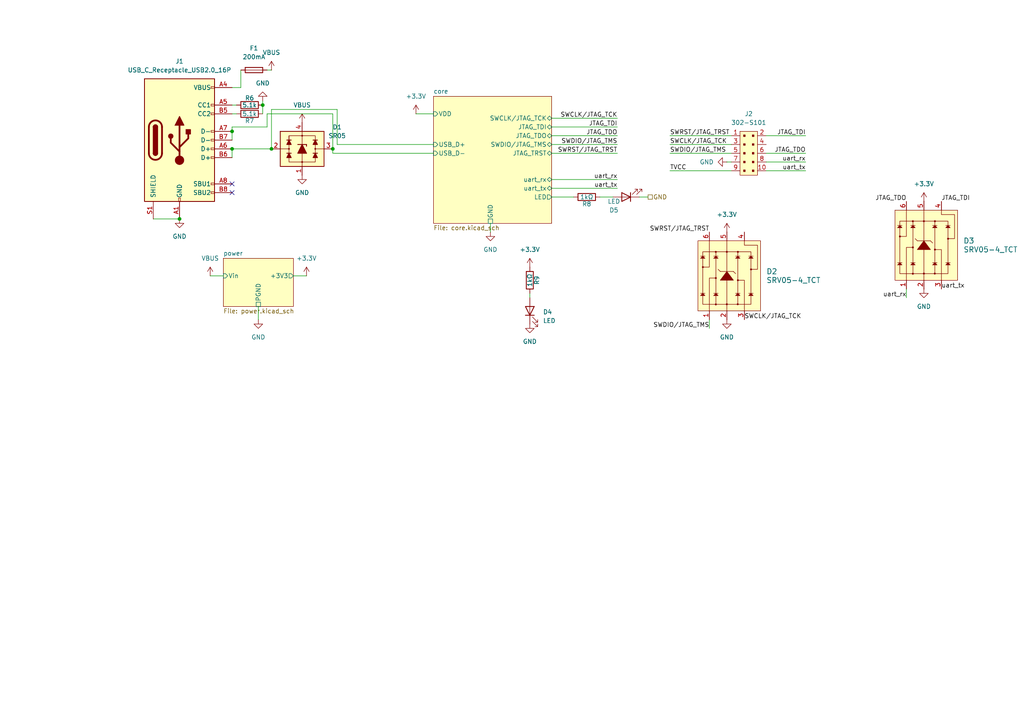
<source format=kicad_sch>
(kicad_sch (version 20250114) (generator "eeschema") (generator_version "9.0")
  (paper "A4")
  (title_block (title "主视图") (date "2024-06-16") (company "HUSN"))
  (lib_symbols
    (symbol "Connector:USB_C_Receptacle_USB2.0_16P" (pin_names (offset 1.016))
      (property "Reference" "J" (at 0 22.225 0))
      (property "Value" "USB_C_Receptacle_USB2.0_16P" (at 0 19.685 0))
      (symbol "USB_C_Receptacle_USB2.0_16P_0_0"
        (rectangle (start -0.254 -17.78) (end 0.254 -16.764))
        (rectangle (start 10.16 15.494) (end 9.144 14.986))
        (rectangle (start 10.16 10.414) (end 9.144 9.906))
        (rectangle (start 10.16 7.874) (end 9.144 7.366))
        (rectangle (start 10.16 2.794) (end 9.144 2.286))
        (rectangle (start 10.16 0.254) (end 9.144 -0.254))
        (rectangle (start 10.16 -2.286) (end 9.144 -2.794))
        (rectangle (start 10.16 -4.826) (end 9.144 -5.334))
        (rectangle (start 10.16 -12.446) (end 9.144 -12.954))
        (rectangle (start 10.16 -14.986) (end 9.144 -15.494))
      )
      (symbol "USB_C_Receptacle_USB2.0_16P_0_1"
        (rectangle (start -10.16 17.78) (end 10.16 -17.78) (stroke (width 0.254)) (fill (type background)))
        (polyline (pts (xy -8.89 -3.81) (xy -8.89 3.81)) (stroke (width 0.508)))
        (rectangle (start -7.62 -3.81) (end -6.35 3.81) (stroke (width 0.254)) (fill (type outline)))
        (arc (start -7.62 3.81) (mid -6.985 4.4423) (end -6.35 3.81) (stroke (width 0.254)))
        (arc (start -7.62 3.81) (mid -6.985 4.4423) (end -6.35 3.81) (stroke (width 0.254)) (fill (type outline)))
        (arc (start -8.89 3.81) (mid -6.985 5.7067) (end -5.08 3.81) (stroke (width 0.508)))
        (arc (start -5.08 -3.81) (mid -6.985 -5.7067) (end -8.89 -3.81) (stroke (width 0.508)))
        (arc (start -6.35 -3.81) (mid -6.985 -4.4423) (end -7.62 -3.81) (stroke (width 0.254)))
        (arc (start -6.35 -3.81) (mid -6.985 -4.4423) (end -7.62 -3.81) (stroke (width 0.254)) (fill (type outline)))
        (polyline (pts (xy -5.08 3.81) (xy -5.08 -3.81)) (stroke (width 0.508)))
        (circle (center -2.54 1.143) (radius 0.635) (stroke (width 0.254)) (fill (type outline)))
        (polyline (pts (xy -1.27 4.318) (xy 0 6.858) (xy 1.27 4.318) (xy -1.27 4.318)) (stroke (width 0.254)) (fill (type outline)))
        (polyline (pts (xy 0 -2.032) (xy 2.54 0.508) (xy 2.54 1.778)) (stroke (width 0.508)))
        (polyline (pts (xy 0 -3.302) (xy -2.54 -0.762) (xy -2.54 0.508)) (stroke (width 0.508)))
        (polyline (pts (xy 0 -5.842) (xy 0 4.318)) (stroke (width 0.508)))
        (circle (center 0 -5.842) (radius 1.27) (fill (type outline)))
        (rectangle (start 1.905 1.778) (end 3.175 3.048) (stroke (width 0.254)) (fill (type outline)))
      )
      (symbol "USB_C_Receptacle_USB2.0_16P_1_1"
        (pin passive line (at -7.62 -22.86 90) (length 5.08) (name "SHIELD") (number "S1"))
        (pin passive line (at 0 -22.86 90) (length 5.08) (name "GND") (number "A1"))
        (pin passive line (at 0 -22.86 90) (length 5.08) (hide yes) (name "GND") (number "A12"))
        (pin passive line (at 0 -22.86 90) (length 5.08) (hide yes) (name "GND") (number "B1"))
        (pin passive line (at 0 -22.86 90) (length 5.08) (hide yes) (name "GND") (number "B12"))
        (pin passive line (at 15.24 15.24 180) (length 5.08) (name "VBUS") (number "A4"))
        (pin passive line (at 15.24 15.24 180) (length 5.08) (hide yes) (name "VBUS") (number "A9"))
        (pin passive line (at 15.24 15.24 180) (length 5.08) (hide yes) (name "VBUS") (number "B4"))
        (pin passive line (at 15.24 15.24 180) (length 5.08) (hide yes) (name "VBUS") (number "B9"))
        (pin bidirectional line (at 15.24 10.16 180) (length 5.08) (name "CC1") (number "A5"))
        (pin bidirectional line (at 15.24 7.62 180) (length 5.08) (name "CC2") (number "B5"))
        (pin bidirectional line (at 15.24 2.54 180) (length 5.08) (name "D-") (number "A7"))
        (pin bidirectional line (at 15.24 0 180) (length 5.08) (name "D-") (number "B7"))
        (pin bidirectional line (at 15.24 -2.54 180) (length 5.08) (name "D+") (number "A6"))
        (pin bidirectional line (at 15.24 -5.08 180) (length 5.08) (name "D+") (number "B6"))
        (pin bidirectional line (at 15.24 -12.7 180) (length 5.08) (name "SBU1") (number "A8"))
        (pin bidirectional line (at 15.24 -15.24 180) (length 5.08) (name "SBU2") (number "B8"))
      )
    )
    (symbol "Device:Fuse" (pin_numbers (hide yes)) (pin_names (offset 0))
      (property "Reference" "F" (at 2.032 0 90))
      (property "Value" "Fuse" (at -1.905 0 90))
      (symbol "Fuse_0_1"
        (rectangle (start -0.762 -2.54) (end 0.762 2.54) (stroke (width 0.254)))
        (polyline (pts (xy 0 2.54) (xy 0 -2.54)))
      )
      (symbol "Fuse_1_1"
        (pin passive line (at 0 3.81 270) (length 1.27) (name "~") (number "1"))
        (pin passive line (at 0 -3.81 90) (length 1.27) (name "~") (number "2"))
      )
    )
    (symbol "Device:LED" (pin_numbers (hide yes)) (pin_names (offset 1.016) (hide yes))
      (property "Reference" "D" (at 0 2.54 0))
      (property "Value" "LED" (at 0 -2.54 0))
      (symbol "LED_0_1"
        (polyline (pts (xy -3.048 -0.762) (xy -4.572 -2.286) (xy -3.81 -2.286) (xy -4.572 -2.286) (xy -4.572 -1.524)))
        (polyline (pts (xy -1.778 -0.762) (xy -3.302 -2.286) (xy -2.54 -2.286) (xy -3.302 -2.286) (xy -3.302 -1.524)))
        (polyline (pts (xy -1.27 0) (xy 1.27 0)))
        (polyline (pts (xy -1.27 -1.27) (xy -1.27 1.27)) (stroke (width 0.254)))
        (polyline (pts (xy 1.27 -1.27) (xy 1.27 1.27) (xy -1.27 0) (xy 1.27 -1.27)) (stroke (width 0.254)))
      )
      (symbol "LED_1_1"
        (pin passive line (at -3.81 0 0) (length 2.54) (name "K") (number "1"))
        (pin passive line (at 3.81 0 180) (length 2.54) (name "A") (number "2"))
      )
    )
    (symbol "Device:R" (pin_numbers (hide yes)) (pin_names (offset 0))
      (property "Reference" "R" (at 2.032 0 90))
      (property "Value" "R" (at 0 0 90))
      (symbol "R_0_1"
        (rectangle (start -1.016 -2.54) (end 1.016 2.54) (stroke (width 0.254)))
      )
      (symbol "R_1_1"
        (pin passive line (at 0 3.81 270) (length 1.27) (name "~") (number "1"))
        (pin passive line (at 0 -3.81 90) (length 1.27) (name "~") (number "2"))
      )
    )
    (symbol "Diode_TVS_AKL:SR05" (pin_names (offset 1.016) (hide yes))
      (property "Reference" "D" (at 7.62 6.35 0))
      (property "Value" "SR05" (at 7.62 3.81 0))
      (symbol "SR05_0_1"
        (rectangle (start -6.35 5.08) (end 6.35 -5.08) (stroke (width 0.254)) (fill (type background)))
        (polyline (pts (xy -3.81 2.54) (xy -3.81 3.81) (xy 3.81 3.81) (xy 3.81 2.54)))
        (polyline (pts (xy -3.81 2.54) (xy -3.175 1.27) (xy -4.445 1.27) (xy -3.81 2.54)) (stroke (width 0.254)) (fill (type outline)))
        (circle (center -3.81 0) (radius 0.1778) (fill (type outline)))
        (polyline (pts (xy -3.81 0) (xy -6.35 0)))
        (polyline (pts (xy -3.81 -1.27) (xy -3.81 1.27)))
        (polyline (pts (xy -3.81 -1.27) (xy -3.175 -2.54) (xy -4.445 -2.54) (xy -3.81 -1.27)) (stroke (width 0.254)) (fill (type outline)))
        (polyline (pts (xy -3.81 -2.54) (xy -3.81 -3.81) (xy 3.81 -3.81) (xy 3.81 -2.54)))
        (polyline (pts (xy -3.175 2.54) (xy -4.445 2.54)) (stroke (width 0.254)))
        (polyline (pts (xy -3.175 -1.27) (xy -4.445 -1.27)) (stroke (width 0.254)))
        (circle (center 0 3.81) (radius 0.1778) (fill (type outline)))
        (polyline (pts (xy 0 1.27) (xy 0 5.08)))
        (polyline (pts (xy 0 -1.27) (xy 0 -5.08)))
        (polyline (pts (xy 3.81 2.54) (xy 4.445 1.27) (xy 3.175 1.27) (xy 3.81 2.54)) (stroke (width 0.254)) (fill (type outline)))
        (polyline (pts (xy 3.81 0) (xy 6.35 0)))
        (circle (center 3.81 0) (radius 0.1778) (fill (type outline)))
        (polyline (pts (xy 3.81 -1.27) (xy 3.81 1.27)))
        (polyline (pts (xy 3.81 -1.27) (xy 4.445 -2.54) (xy 3.175 -2.54) (xy 3.81 -1.27)) (stroke (width 0.254)) (fill (type outline)))
        (polyline (pts (xy 4.445 2.54) (xy 3.175 2.54)) (stroke (width 0.254)))
        (polyline (pts (xy 4.445 -1.27) (xy 3.175 -1.27)) (stroke (width 0.254)))
      )
      (symbol "SR05_1_1"
        (polyline (pts (xy -3.81 1.27) (xy -3.81 3.81)))
        (polyline (pts (xy -1.27 1.27) (xy 1.27 1.27)) (stroke (width 0.254)))
        (polyline (pts (xy 0 -1.27) (xy 0 1.27)))
        (circle (center 0 -3.81) (radius 0.1778) (fill (type outline)))
        (polyline (pts (xy 1.27 1.27) (xy 1.27 0.762)) (stroke (width 0.254)))
        (polyline (pts (xy 1.27 -1.27) (xy -1.27 -1.27) (xy 0 1.27) (xy 1.27 -1.27)) (stroke (width 0.254)) (fill (type outline)))
        (pin passive line (at -8.89 0 0) (length 2.54) (name "L1") (number "2"))
        (pin passive line (at 0 7.62 270) (length 2.54) (name "VP") (number "4"))
        (pin passive line (at 0 -7.62 90) (length 2.54) (name "VN") (number "1"))
        (pin passive line (at 8.89 0 180) (length 2.54) (name "L2") (number "3"))
      )
    )
    (symbol "dk_Rectangular-Connectors-Headers-Male-Pins:302-S101" (pin_names (offset 1.016))
      (property "Reference" "J" (at -2.54 7.62 0))
      (property "Value" "302-S101" (at 0 -7.62 0))
      (symbol "302-S101_1_1"
        (rectangle (start -2.54 6.35) (end 2.54 -6.35) (fill (type background)))
        (rectangle (start -1.524 5.334) (end -1.016 4.826) (fill (type outline)))
        (rectangle (start -1.524 2.794) (end -1.016 2.286) (fill (type outline)))
        (rectangle (start -1.524 0.254) (end -1.016 -0.254) (fill (type outline)))
        (rectangle (start -1.524 -2.286) (end -1.016 -2.794) (fill (type outline)))
        (rectangle (start -1.524 -4.826) (end -1.016 -5.334) (fill (type outline)))
        (rectangle (start 1.016 5.334) (end 1.524 4.826) (fill (type outline)))
        (rectangle (start 1.016 2.794) (end 1.524 2.286) (fill (type outline)))
        (rectangle (start 1.016 0.254) (end 1.524 -0.254) (fill (type outline)))
        (rectangle (start 1.016 -2.286) (end 1.524 -2.794) (fill (type outline)))
        (rectangle (start 1.016 -4.826) (end 1.524 -5.334) (fill (type outline)))
        (pin passive line (at -5.08 5.08 0) (length 2.54) (name "~") (number "1"))
        (pin passive line (at -5.08 2.54 0) (length 2.54) (name "~") (number "3"))
        (pin passive line (at -5.08 0 0) (length 2.54) (name "~") (number "5"))
        (pin passive line (at -5.08 -2.54 0) (length 2.54) (name "~") (number "7"))
        (pin passive line (at -5.08 -5.08 0) (length 2.54) (name "~") (number "9"))
        (pin passive line (at 5.08 5.08 180) (length 2.54) (name "~") (number "2"))
        (pin passive line (at 5.08 2.54 180) (length 2.54) (name "~") (number "4"))
        (pin passive line (at 5.08 0 180) (length 2.54) (name "~") (number "6"))
        (pin passive line (at 5.08 -2.54 180) (length 2.54) (name "~") (number "8"))
        (pin passive line (at 5.08 -5.08 180) (length 2.54) (name "~") (number "10"))
      )
    )
    (symbol "dk_TVS-Diodes:SRV05-4_TCT" (pin_names (offset 1.016))
      (property "Reference" "D" (at -10.414 9.271 0))
      (property "Value" "SRV05-4_TCT" (at 0 -11.43 0))
      (symbol "SRV05-4_TCT_0_1"
        (rectangle (start -10.16 8.382) (end 10.16 -9.779) (fill (type background)))
        (polyline (pts (xy -10.16 5.08) (xy -0.635 5.08) (xy -0.635 3.175)))
        (polyline (pts (xy -10.16 0) (xy -8.255 0) (xy -1.27 0)))
        (polyline (pts (xy -10.16 -5.08) (xy -1.27 -5.08) (xy -1.27 -3.175)))
        (circle (center -8.2804 3.2004) (radius 0.2032) (fill (type outline)))
        (circle (center -8.2296 0) (radius 0.2032) (fill (type outline)))
        (circle (center -8.2296 -3.1496) (radius 0.2032) (fill (type outline)))
        (polyline (pts (xy -5.715 7.62) (xy -5.715 6.35) (xy -5.08 6.985) (xy -5.715 7.62)) (fill (type outline)))
        (polyline (pts (xy -5.715 6.985) (xy -8.255 6.985) (xy -8.255 -6.985) (xy -5.715 -6.985)))
        (polyline (pts (xy -5.715 3.81) (xy -5.715 2.54) (xy -5.08 3.175) (xy -5.715 3.81)) (fill (type outline)))
        (polyline (pts (xy -5.715 3.175) (xy -8.255 3.175)))
        (polyline (pts (xy -5.715 -2.54) (xy -5.715 -3.81) (xy -5.08 -3.175) (xy -5.715 -2.54)) (fill (type outline)))
        (polyline (pts (xy -5.715 -3.175) (xy -8.255 -3.175)))
        (polyline (pts (xy -5.715 -6.35) (xy -5.715 -7.62) (xy -5.08 -6.985) (xy -5.715 -6.35)) (fill (type outline)))
        (polyline (pts (xy -5.08 7.62) (xy -5.08 6.35)))
        (polyline (pts (xy -5.08 6.985) (xy 5.08 6.985)))
        (polyline (pts (xy -5.08 3.81) (xy -5.08 2.54)))
        (polyline (pts (xy -5.08 3.175) (xy 5.08 3.175)))
        (polyline (pts (xy -5.08 -2.54) (xy -5.08 -3.81)))
        (polyline (pts (xy -5.08 -3.175) (xy 5.08 -3.175)))
        (polyline (pts (xy -5.08 -6.35) (xy -5.08 -7.62)))
        (polyline (pts (xy -5.08 -6.985) (xy 5.08 -6.985)))
        (polyline (pts (xy -1.27 1.905) (xy -1.27 -1.905) (xy 1.27 0) (xy -1.27 1.905)) (fill (type outline)))
        (circle (center -1.27 -3.2004) (radius 0.2032) (fill (type outline)))
        (circle (center -0.635 3.2004) (radius 0.2032) (fill (type outline)))
        (polyline (pts (xy 1.27 1.905) (xy 1.27 -1.905)))
        (polyline (pts (xy 1.27 1.905) (xy 1.905 2.54)))
        (polyline (pts (xy 1.27 -1.905) (xy 0.635 -2.54)))
        (circle (center 1.8796 -7.0104) (radius 0.2032) (fill (type outline)))
        (circle (center 2.54 6.9596) (radius 0.2032) (fill (type outline)))
        (polyline (pts (xy 5.08 7.62) (xy 5.08 6.35) (xy 5.715 6.985) (xy 5.08 7.62)) (fill (type outline)))
        (polyline (pts (xy 5.08 3.81) (xy 5.08 2.54) (xy 5.715 3.175) (xy 5.08 3.81)) (fill (type outline)))
        (polyline (pts (xy 5.08 -2.54) (xy 5.08 -3.81) (xy 5.715 -3.175) (xy 5.08 -2.54)) (fill (type outline)))
        (polyline (pts (xy 5.08 -6.35) (xy 5.08 -7.62) (xy 5.715 -6.985) (xy 5.08 -6.35)) (fill (type outline)))
        (polyline (pts (xy 5.715 7.62) (xy 5.715 6.35)))
        (polyline (pts (xy 5.715 6.985) (xy 6.985 6.985) (xy 6.985 -6.985) (xy 5.715 -6.985)))
        (polyline (pts (xy 5.715 6.35) (xy 5.715 6.35)))
        (polyline (pts (xy 5.715 3.81) (xy 5.715 2.54)))
        (polyline (pts (xy 5.715 3.175) (xy 6.985 3.175)))
        (polyline (pts (xy 5.715 -2.54) (xy 5.715 -3.81)))
        (polyline (pts (xy 5.715 -3.175) (xy 6.985 -3.175)))
        (polyline (pts (xy 5.715 -6.35) (xy 5.715 -7.62)))
        (circle (center 6.9596 3.2004) (radius 0.2032) (fill (type outline)))
        (circle (center 6.9596 0) (radius 0.2032) (fill (type outline)))
        (circle (center 6.9596 -3.2004) (radius 0.2032) (fill (type outline)))
        (polyline (pts (xy 6.985 3.175) (xy 6.985 3.175)))
        (polyline (pts (xy 6.985 0) (xy 1.27 0)))
        (polyline (pts (xy 10.16 5.08) (xy 2.54 5.08) (xy 2.54 6.985)))
        (polyline (pts (xy 10.16 0) (xy 6.985 0)))
        (polyline (pts (xy 10.16 -5.08) (xy 8.89 -5.08) (xy 8.89 -8.89) (xy 1.905 -8.89) (xy 1.905 -6.985)))
      )
      (symbol "SRV05-4_TCT_1_1"
        (pin passive line (at -12.7 5.08 0) (length 2.54) (name "~") (number "1"))
        (pin passive line (at -12.7 0 0) (length 2.54) (name "~") (number "2"))
        (pin passive line (at -12.7 -5.08 0) (length 2.54) (name "~") (number "3"))
        (pin passive line (at 12.7 5.08 180) (length 2.54) (name "~") (number "6"))
        (pin passive line (at 12.7 0 180) (length 2.54) (name "~") (number "5"))
        (pin passive line (at 12.7 -5.08 180) (length 2.54) (name "~") (number "4"))
      )
    )
    (symbol "power:+3.3V" (power) (pin_numbers (hide yes)) (pin_names (offset 0) (hide yes))
      (property "Value" "+3.3V" (at 0 3.556 0))
      (symbol "+3.3V_0_1"
        (polyline (pts (xy -0.762 1.27) (xy 0 2.54)))
        (polyline (pts (xy 0 2.54) (xy 0.762 1.27)))
        (polyline (pts (xy 0 0) (xy 0 2.54)))
      )
      (symbol "+3.3V_1_1"
        (pin power_in line (at 0 0 90) (length 0) (name "~") (number "1"))
      )
    )
    (symbol "power:GND" (power) (pin_numbers (hide yes)) (pin_names (offset 0) (hide yes))
      (property "Value" "GND" (at 0 -3.81 0))
      (symbol "GND_0_1"
        (polyline (pts (xy 0 0) (xy 0 -1.27) (xy 1.27 -1.27) (xy 0 -2.54) (xy -1.27 -1.27) (xy 0 -1.27)))
      )
      (symbol "GND_1_1"
        (pin power_in line (at 0 0 270) (length 0) (name "~") (number "1"))
      )
    )
    (symbol "power:VBUS" (power) (pin_numbers (hide yes)) (pin_names (offset 0) (hide yes))
      (property "Value" "VBUS" (at 0 3.556 0))
      (symbol "VBUS_0_1"
        (polyline (pts (xy -0.762 1.27) (xy 0 2.54)))
        (polyline (pts (xy 0 2.54) (xy 0.762 1.27)))
        (polyline (pts (xy 0 0) (xy 0 2.54)))
      )
      (symbol "VBUS_1_1"
        (pin power_in line (at 0 0 90) (length 0) (name "~") (number "1"))
      )
    )
  )
  (junction (at 76.2 30.48))
  (junction (at 52.07 63.5))
  (junction (at 96.52 43.18))
  (junction (at 67.31 43.18))
  (junction (at 67.31 38.1))
  (junction (at 78.74 43.18))
  (no_connect (at 67.31 53.34))
  (no_connect (at 67.31 55.88))
  (wire (pts (xy 194.31 39.37) (xy 212.09 39.37)))
  (wire (pts (xy 74.93 92.71) (xy 74.93 88.9)))
  (wire (pts (xy 77.47 20.32) (xy 78.74 20.32)))
  (wire (pts (xy 96.52 33.02) (xy 77.47 33.02)))
  (wire (pts (xy 222.25 39.37) (xy 233.68 39.37)))
  (wire (pts (xy 177.8 57.15) (xy 173.99 57.15)))
  (wire (pts (xy 179.07 36.83) (xy 160.02 36.83)))
  (wire (pts (xy 262.89 86.36) (xy 262.89 83.82)))
  (wire (pts (xy 76.2 29.21) (xy 76.2 30.48)))
  (wire (pts (xy 222.25 44.45) (xy 233.68 44.45)))
  (wire (pts (xy 187.96 57.15) (xy 185.42 57.15)))
  (wire (pts (xy 67.31 33.02) (xy 68.58 33.02)))
  (wire (pts (xy 160.02 57.15) (xy 166.37 57.15)))
  (wire (pts (xy 179.07 39.37) (xy 160.02 39.37)))
  (wire (pts (xy 96.52 43.18) (xy 96.52 33.02)))
  (wire (pts (xy 153.67 85.09) (xy 153.67 86.36)))
  (wire (pts (xy 194.31 44.45) (xy 212.09 44.45)))
  (wire (pts (xy 67.31 38.1) (xy 67.31 40.64)))
  (wire (pts (xy 68.58 30.48) (xy 67.31 30.48)))
  (wire (pts (xy 77.47 36.83) (xy 67.31 36.83)))
  (wire (pts (xy 76.2 30.48) (xy 76.2 33.02)))
  (wire (pts (xy 60.96 80.01) (xy 64.77 80.01)))
  (wire (pts (xy 67.31 36.83) (xy 67.31 38.1)))
  (wire (pts (xy 97.79 31.75) (xy 78.74 31.75)))
  (wire (pts (xy 205.74 95.25) (xy 205.74 92.71)))
  (wire (pts (xy 67.31 43.18) (xy 78.74 43.18)))
  (wire (pts (xy 125.73 44.45) (xy 96.52 44.45)))
  (wire (pts (xy 142.24 67.31) (xy 142.24 64.77)))
  (wire (pts (xy 179.07 54.61) (xy 160.02 54.61)))
  (wire (pts (xy 77.47 33.02) (xy 77.47 36.83)))
  (wire (pts (xy 210.82 46.99) (xy 212.09 46.99)))
  (wire (pts (xy 120.65 33.02) (xy 125.73 33.02)))
  (wire (pts (xy 96.52 44.45) (xy 96.52 43.18)))
  (wire (pts (xy 233.68 49.53) (xy 222.25 49.53)))
  (wire (pts (xy 69.85 20.32) (xy 69.85 25.4)))
  (wire (pts (xy 69.85 25.4) (xy 67.31 25.4)))
  (wire (pts (xy 67.31 43.18) (xy 67.31 45.72)))
  (wire (pts (xy 194.31 41.91) (xy 212.09 41.91)))
  (wire (pts (xy 97.79 41.91) (xy 97.79 31.75)))
  (wire (pts (xy 179.07 41.91) (xy 160.02 41.91)))
  (wire (pts (xy 233.68 46.99) (xy 222.25 46.99)))
  (wire (pts (xy 179.07 52.07) (xy 160.02 52.07)))
  (wire (pts (xy 85.09 80.01) (xy 88.9 80.01)))
  (wire (pts (xy 179.07 34.29) (xy 160.02 34.29)))
  (wire (pts (xy 44.45 63.5) (xy 52.07 63.5)))
  (wire (pts (xy 179.07 44.45) (xy 160.02 44.45)))
  (wire (pts (xy 78.74 31.75) (xy 78.74 43.18)))
  (wire (pts (xy 125.73 41.91) (xy 97.79 41.91)))
  (wire (pts (xy 194.31 49.53) (xy 212.09 49.53)))
  (label "SWCLK{slash}JTAG_TCK" (at 215.9 92.71 0))
  (label "uart_rx" (at 262.89 86.36 180))
  (label "uart_rx" (at 179.07 52.07 180))
  (label "SWRST{slash}JTAG_TRST" (at 179.07 44.45 180))
  (label "JTAG_TDI" (at 179.07 36.83 180))
  (label "SWCLK{slash}JTAG_TCK" (at 179.07 34.29 180))
  (label "TVCC" (at 194.31 49.53 0))
  (label "uart_tx" (at 233.68 49.53 180))
  (label "JTAG_TDO" (at 179.07 39.37 180))
  (label "uart_rx" (at 233.68 46.99 180))
  (label "SWCLK{slash}JTAG_TCK" (at 194.31 41.91 0))
  (label "JTAG_TDI" (at 273.05 58.42 0))
  (label "SWDIO{slash}JTAG_TMS" (at 179.07 41.91 180))
  (label "JTAG_TDO" (at 262.89 58.42 180))
  (label "SWRST{slash}JTAG_TRST" (at 194.31 39.37 0))
  (label "SWDIO{slash}JTAG_TMS" (at 205.74 95.25 180))
  (label "uart_tx" (at 179.07 54.61 180))
  (label "uart_tx" (at 273.05 83.82 0))
  (label "SWRST{slash}JTAG_TRST" (at 205.74 67.31 180))
  (label "JTAG_TDI" (at 233.68 39.37 180))
  (label "JTAG_TDO" (at 233.68 44.45 180))
  (label "SWDIO{slash}JTAG_TMS" (at 194.31 44.45 0))
  (hierarchical_label "GND" (shape passive) (at 187.96 57.15 0))
  (symbol (lib_id "power:GND") (at 210.82 92.71 0) (unit 1)
    (property "Reference" "#PWR012" (effects (hide yes)))
    (property "Value" "GND" (at 210.82 97.79 0))
    (property "Description" "Power symbol creates a global label with name \"GND\" , ground" (effects (hide yes)))
  )
  (symbol (lib_id "dk_TVS-Diodes:SRV05-4_TCT") (at 210.82 80.01 90) (unit 1)
    (property "Reference" "D2" (at 222.25 78.7399 90) (effects (font (size 1.524 1.524)) (justify right)))
    (property "Value" "SRV05-4_TCT" (at 222.25 81.2799 90) (effects (font (size 1.524 1.524)) (justify right)))
    (property "Footprint" "digikey-footprints:SOT-23-6" (effects (hide yes)))
    (property "Datasheet" "https://www.semtech.com/uploads/documents/srv05-4.pdf" (effects (hide yes)))
    (property "Description" "TVS DIODE 5V 17.5V SOT23-6" (effects (hide yes)))
    (property "Digi-Key_PN" "SRV05-4CT-ND" (effects (hide yes)))
    (property "MPN" "SRV05-4.TCT" (effects (hide yes)))
    (property "Category" "Circuit Protection" (effects (hide yes)))
    (property "Family" "TVS - Diodes" (effects (hide yes)))
    (property "DK_Datasheet_Link" "https://www.semtech.com/uploads/documents/srv05-4.pdf" (effects (hide yes)))
    (property "DK_Detail_Page" "/product-detail/en/semtech-corporation/SRV05-4.TCT/SRV05-4CT-ND/1000987" (effects (hide yes)))
    (property "Description_1" "TVS DIODE 5V 17.5V SOT23-6" (effects (hide yes)))
    (property "Manufacturer" "Semtech Corporation" (effects (hide yes)))
    (property "Status" "Active" (effects (hide yes)))
  )
  (symbol (lib_id "Device:R") (at 170.18 57.15 270) (unit 1)
    (property "Reference" "R8" (at 170.18 59.182 90))
    (property "Value" "1kΩ" (at 170.18 57.15 90))
    (property "Footprint" "Resistor_SMD:R_0402_1005Metric" (effects (hide yes)))
    (property "Description" "Resistor" (effects (hide yes)))
  )
  (symbol (lib_id "Device:R") (at 72.39 33.02 90) (mirror x) (unit 1)
    (property "Reference" "R7" (at 72.39 35.052 90))
    (property "Value" "5.1k" (at 72.39 33.02 90))
    (property "Footprint" "Resistor_SMD:R_0402_1005Metric" (effects (hide yes)))
    (property "Description" "Resistor" (effects (hide yes)))
  )
  (symbol (lib_id "power:+3.3V") (at 153.67 77.47 0) (unit 1)
    (property "Reference" "#PWR016" (effects (hide yes)))
    (property "Value" "+3.3V" (at 153.67 72.39 0))
    (property "Description" "Power symbol creates a global label with name \"+3.3V\"" (effects (hide yes)))
  )
  (symbol (lib_id "Connector:USB_C_Receptacle_USB2.0_16P") (at 52.07 40.64 0) (unit 1)
    (property "Reference" "J1" (at 52.07 17.78 0))
    (property "Value" "USB_C_Receptacle_USB2.0_16P" (at 52.07 20.32 0))
    (property "Footprint" "Connector_USB:USB_C_Receptacle_GCT_USB4105-xx-A_16P_TopMnt_Horizontal" (effects (hide yes)))
    (property "Datasheet" "https://www.usb.org/sites/default/files/documents/usb_type-c.zip" (effects (hide yes)))
    (property "Description" "USB 2.0-only 16P Type-C Receptacle connector" (effects (hide yes)))
  )
  (symbol (lib_id "power:GND") (at 52.07 63.5 0) (unit 1)
    (property "Reference" "#PWR08" (effects (hide yes)))
    (property "Value" "GND" (at 52.07 68.58 0))
    (property "Description" "Power symbol creates a global label with name \"GND\" , ground" (effects (hide yes)))
  )
  (symbol (lib_id "Device:R") (at 153.67 81.28 0) (unit 1)
    (property "Reference" "R9" (at 155.702 81.28 90))
    (property "Value" "1kΩ" (at 153.67 81.28 90))
    (property "Footprint" "Resistor_SMD:R_0402_1005Metric" (effects (hide yes)))
    (property "Description" "Resistor" (effects (hide yes)))
  )
  (symbol (lib_id "Diode_TVS_AKL:SR05") (at 87.63 43.18 0) (unit 1)
    (property "Reference" "D1" (at 97.79 36.8614 0))
    (property "Value" "SR05" (at 97.79 39.4014 0))
    (property "Footprint" "Package_TO_SOT_SMD_AKL:SOT-143" (effects (hide yes)))
    (property "Datasheet" "https://www.tme.eu/Document/e4eae20a061ebb8b0d6577754483ce33/SR05.pdf" (effects (hide yes)))
    (property "Description" "SOT-143 TVS Diode Array, 2 protected lines, 5V, 500W, Alternate KiCAD Library" (effects (hide yes)))
  )
  (symbol (lib_id "power:GND") (at 142.24 67.31 0) (unit 1)
    (property "Reference" "#PWR05" (effects (hide yes)))
    (property "Value" "GND" (at 142.24 72.39 0))
    (property "Description" "Power symbol creates a global label with name \"GND\" , ground" (effects (hide yes)))
  )
  (symbol (lib_id "power:GND") (at 76.2 29.21 180) (unit 1)
    (property "Reference" "#PWR011" (effects (hide yes)))
    (property "Value" "GND" (at 76.2 24.13 0))
    (property "Description" "Power symbol creates a global label with name \"GND\" , ground" (effects (hide yes)))
  )
  (symbol (lib_id "power:+3.3V") (at 267.97 58.42 0) (unit 1)
    (property "Reference" "#PWR015" (effects (hide yes)))
    (property "Value" "+3.3V" (at 267.97 53.34 0))
    (property "Description" "Power symbol creates a global label with name \"+3.3V\"" (effects (hide yes)))
  )
  (symbol (lib_id "dk_Rectangular-Connectors-Headers-Male-Pins:302-S101") (at 217.17 44.45 0) (unit 1)
    (property "Reference" "J2" (at 217.17 33.02 0))
    (property "Value" "302-S101" (at 217.17 35.56 0))
    (property "Footprint" "my:2x5P 2.54mm 夹贴" (effects (hide yes)))
    (property "Datasheet" "http://www.on-shore.com/wp-content/uploads/2018/04/302-SXX1.pdf" (effects (hide yes)))
    (property "Description" "CONN HEADER VERT 10POS 2.54MM" (effects (hide yes)))
    (property "Digi-Key_PN" "ED1543-ND" (effects (hide yes)))
    (property "MPN" "302-S101" (effects (hide yes)))
    (property "Category" "Connectors, Interconnects" (effects (hide yes)))
    (property "Family" "Rectangular Connectors - Headers, Male Pins" (effects (hide yes)))
    (property "DK_Datasheet_Link" "http://www.on-shore.com/wp-content/uploads/2018/04/302-SXX1.pdf" (effects (hide yes)))
    (property "DK_Detail_Page" "/product-detail/en/on-shore-technology-inc/302-S101/ED1543-ND/2178422" (effects (hide yes)))
    (property "Description_1" "CONN HEADER VERT 10POS 2.54MM" (effects (hide yes)))
    (property "Manufacturer" "On Shore Technology Inc." (effects (hide yes)))
    (property "Status" "Active" (effects (hide yes)))
  )
  (symbol (lib_id "Device:LED") (at 153.67 90.17 90) (unit 1)
    (property "Reference" "D4" (at 157.48 90.4874 90) (effects (justify right)))
    (property "Value" "LED" (at 157.48 93.0274 90) (effects (justify right)))
    (property "Footprint" "LED_SMD:LED_0603_1608Metric" (effects (hide yes)))
    (property "Description" "Light emitting diode" (effects (hide yes)))
  )
  (symbol (lib_id "dk_TVS-Diodes:SRV05-4_TCT") (at 267.97 71.12 90) (unit 1)
    (property "Reference" "D3" (at 279.4 69.8499 90) (effects (font (size 1.524 1.524)) (justify right)))
    (property "Value" "SRV05-4_TCT" (at 279.4 72.3899 90) (effects (font (size 1.524 1.524)) (justify right)))
    (property "Footprint" "digikey-footprints:SOT-23-6" (effects (hide yes)))
    (property "Datasheet" "https://www.semtech.com/uploads/documents/srv05-4.pdf" (effects (hide yes)))
    (property "Description" "TVS DIODE 5V 17.5V SOT23-6" (effects (hide yes)))
    (property "Digi-Key_PN" "SRV05-4CT-ND" (effects (hide yes)))
    (property "MPN" "SRV05-4.TCT" (effects (hide yes)))
    (property "Category" "Circuit Protection" (effects (hide yes)))
    (property "Family" "TVS - Diodes" (effects (hide yes)))
    (property "DK_Datasheet_Link" "https://www.semtech.com/uploads/documents/srv05-4.pdf" (effects (hide yes)))
    (property "DK_Detail_Page" "/product-detail/en/semtech-corporation/SRV05-4.TCT/SRV05-4CT-ND/1000987" (effects (hide yes)))
    (property "Description_1" "TVS DIODE 5V 17.5V SOT23-6" (effects (hide yes)))
    (property "Manufacturer" "Semtech Corporation" (effects (hide yes)))
    (property "Status" "Active" (effects (hide yes)))
  )
  (symbol (lib_id "power:VBUS") (at 78.74 20.32 0) (unit 1)
    (property "Reference" "#PWR03" (effects (hide yes)))
    (property "Value" "VBUS" (at 78.74 15.24 0))
    (property "Description" "Power symbol creates a global label with name \"VBUS\"" (effects (hide yes)))
  )
  (symbol (lib_id "Device:LED") (at 181.61 57.15 180) (unit 1)
    (property "Reference" "D5" (at 178.054 60.96 0))
    (property "Value" "LED" (at 178.054 58.42 0))
    (property "Footprint" "LED_SMD:LED_0603_1608Metric" (effects (hide yes)))
    (property "Description" "Light emitting diode" (effects (hide yes)))
  )
  (symbol (lib_id "power:VBUS") (at 87.63 35.56 0) (unit 1)
    (property "Reference" "#PWR07" (effects (hide yes)))
    (property "Value" "VBUS" (at 87.63 30.48 0))
    (property "Description" "Power symbol creates a global label with name \"VBUS\"" (effects (hide yes)))
  )
  (symbol (lib_id "power:+3.3V") (at 120.65 33.02 0) (unit 1)
    (property "Reference" "#PWR02" (effects (hide yes)))
    (property "Value" "+3.3V" (at 120.65 27.94 0))
    (property "Description" "Power symbol creates a global label with name \"+3.3V\"" (effects (hide yes)))
  )
  (symbol (lib_id "power:GND") (at 267.97 83.82 0) (unit 1)
    (property "Reference" "#PWR013" (effects (hide yes)))
    (property "Value" "GND" (at 267.97 88.9 0))
    (property "Description" "Power symbol creates a global label with name \"GND\" , ground" (effects (hide yes)))
  )
  (symbol (lib_id "power:+3.3V") (at 210.82 67.31 0) (unit 1)
    (property "Reference" "#PWR014" (effects (hide yes)))
    (property "Value" "+3.3V" (at 210.82 62.23 0))
    (property "Description" "Power symbol creates a global label with name \"+3.3V\"" (effects (hide yes)))
  )
  (symbol (lib_id "power:GND") (at 87.63 50.8 0) (unit 1)
    (property "Reference" "#PWR09" (effects (hide yes)))
    (property "Value" "GND" (at 87.63 55.88 0))
    (property "Description" "Power symbol creates a global label with name \"GND\" , ground" (effects (hide yes)))
  )
  (symbol (lib_id "power:GND") (at 210.82 46.99 270) (unit 1)
    (property "Reference" "#PWR06" (effects (hide yes)))
    (property "Value" "GND" (at 207.01 46.9899 90) (effects (justify right)))
    (property "Description" "Power symbol creates a global label with name \"GND\" , ground" (effects (hide yes)))
  )
  (symbol (lib_id "power:+3.3V") (at 88.9 80.01 0) (unit 1)
    (property "Reference" "#PWR01" (effects (hide yes)))
    (property "Value" "+3.3V" (at 88.9 74.93 0))
    (property "Description" "Power symbol creates a global label with name \"+3.3V\"" (effects (hide yes)))
  )
  (symbol (lib_id "Device:R") (at 72.39 30.48 90) (unit 1)
    (property "Reference" "R6" (at 72.39 28.448 90))
    (property "Value" "5.1k" (at 72.39 30.48 90))
    (property "Footprint" "Resistor_SMD:R_0402_1005Metric" (effects (hide yes)))
    (property "Description" "Resistor" (effects (hide yes)))
  )
  (symbol (lib_id "power:GND") (at 153.67 93.98 0) (unit 1)
    (property "Reference" "#PWR017" (effects (hide yes)))
    (property "Value" "GND" (at 153.67 99.06 0))
    (property "Description" "Power symbol creates a global label with name \"GND\" , ground" (effects (hide yes)))
  )
  (symbol (lib_id "power:VBUS") (at 60.96 80.01 0) (unit 1)
    (property "Reference" "#PWR010" (effects (hide yes)))
    (property "Value" "VBUS" (at 60.96 74.93 0))
    (property "Description" "Power symbol creates a global label with name \"VBUS\"" (effects (hide yes)))
  )
  (symbol (lib_id "Device:Fuse") (at 73.66 20.32 90) (unit 1)
    (property "Reference" "F1" (at 73.66 13.97 90))
    (property "Value" "200mA" (at 73.66 16.51 90))
    (property "Footprint" "Fuse_US_Handsoldering_AKL:Fuse_0603_1608Metric" (effects (hide yes)))
    (property "Description" "Fuse" (effects (hide yes)))
    (property "LCSC" "C516070" (effects (hide yes)))
  )
  (symbol (lib_id "power:GND") (at 74.93 92.71 0) (unit 1)
    (property "Reference" "#PWR04" (effects (hide yes)))
    (property "Value" "GND" (at 74.93 97.79 0))
    (property "Description" "Power symbol creates a global label with name \"GND\" , ground" (effects (hide yes)))
  )
  (sheet (at 64.77 74.93) (size 20.32 13.97) (stroke (width 0.1524)) (fill (color 255 255 194 1.0000))
    (property "Sheetname" "power" (at 64.77 74.2184 0) (effects (justify left bottom)))
    (property "Sheetfile" "power.kicad_sch" (at 64.77 89.4846 0) (effects (justify left top)))
    (pin "Vin" input (at 64.77 80.01 180))
    (pin "+3V3" output (at 85.09 80.01 0))
    (pin "PGND" passive (at 74.93 88.9 270))
  )
  (sheet (at 125.73 27.94) (size 34.29 36.83) (stroke (width 0.1524)) (fill (color 255 255 194 1.0000))
    (property "Sheetname" "core" (at 125.73 27.2284 0) (effects (justify left bottom)))
    (property "Sheetfile" "core.kicad_sch" (at 125.73 65.3546 0) (effects (justify left top)))
    (pin "VDD" input (at 125.73 33.02 180))
    (pin "GND" passive (at 142.24 64.77 270))
    (pin "USB_D-" input (at 125.73 44.45 180))
    (pin "USB_D+" input (at 125.73 41.91 180))
    (pin "uart_tx" bidirectional (at 160.02 54.61 0))
    (pin "uart_rx" bidirectional (at 160.02 52.07 0))
    (pin "SWCLK{slash}JTAG_TCK" bidirectional (at 160.02 34.29 0))
    (pin "JTAG_TRST" bidirectional (at 160.02 44.45 0))
    (pin "JTAG_TDI" bidirectional (at 160.02 36.83 0))
    (pin "JTAG_TDO" bidirectional (at 160.02 39.37 0))
    (pin "SWDIO{slash}JTAG_TMS" bidirectional (at 160.02 41.91 0))
    (pin "LED" output (at 160.02 57.15 0))
  )
)
</source>
